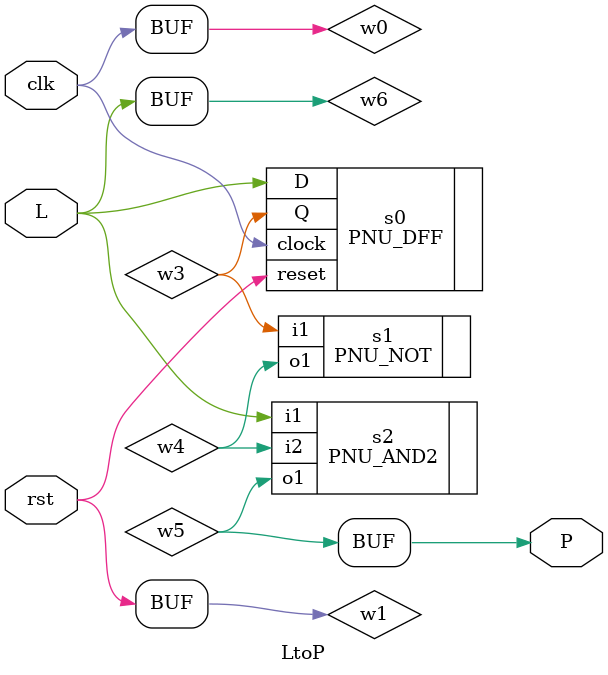
<source format=v>
module LtoP(L,P,clk,rst);

input L;
output P;
input clk;
input rst;

wire  w0;
wire  w1;
wire  w3;
wire  w4;
wire  w5;
wire  w6;

assign w6 = L;
assign P = w5;
assign w0 = clk;
assign w1 = rst;

PNU_DFF
     s0 (
      .clock(w0),
      .reset(w1),
      .Q(w3),
      .D(w6));

PNU_NOT
     s1 (
      .i1(w3),
      .o1(w4));

PNU_AND2
     s2 (
      .i2(w4),
      .o1(w5),
      .i1(w6));

endmodule


</source>
